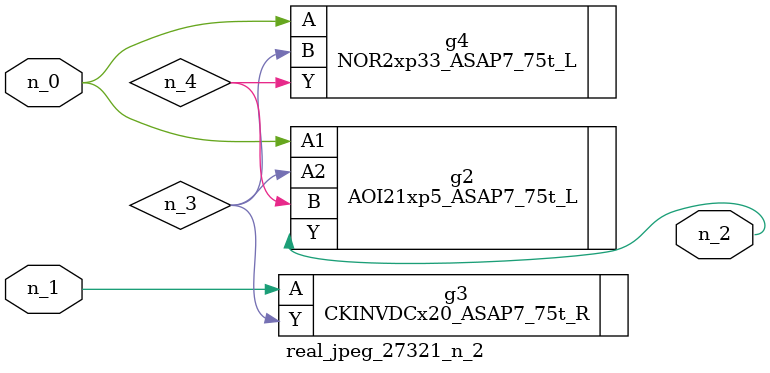
<source format=v>
module real_jpeg_27321_n_2 (n_1, n_0, n_2);

input n_1;
input n_0;

output n_2;

wire n_4;
wire n_3;

AOI21xp5_ASAP7_75t_L g2 ( 
.A1(n_0),
.A2(n_3),
.B(n_4),
.Y(n_2)
);

NOR2xp33_ASAP7_75t_L g4 ( 
.A(n_0),
.B(n_3),
.Y(n_4)
);

CKINVDCx20_ASAP7_75t_R g3 ( 
.A(n_1),
.Y(n_3)
);


endmodule
</source>
